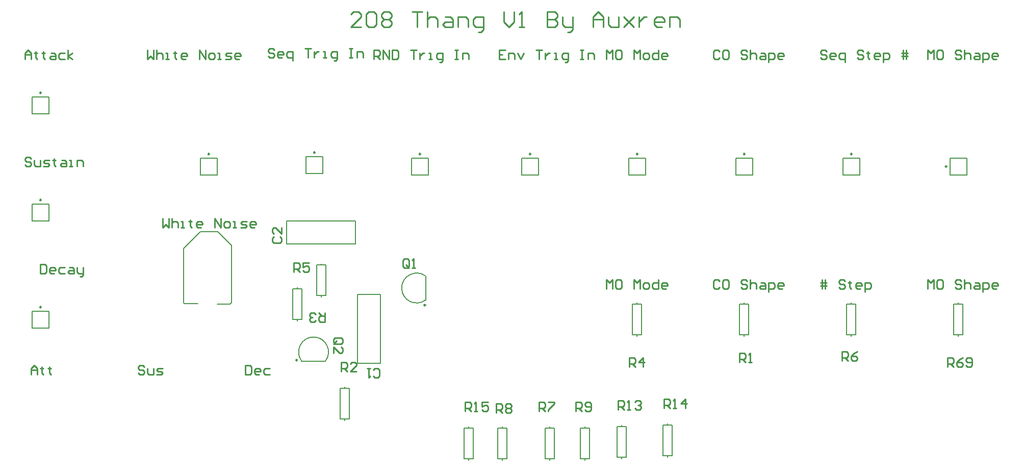
<source format=gto>
G04 Layer_Color=65535*
%FSLAX25Y25*%
%MOIN*%
G70*
G01*
G75*
%ADD11C,0.01000*%
%ADD23C,0.00984*%
%ADD24C,0.00787*%
%ADD25C,0.00600*%
D11*
X867560Y382915D02*
X868560Y381916D01*
X870559D01*
X871559Y382915D01*
Y386914D01*
X870559Y387914D01*
X868560D01*
X867560Y386914D01*
X865561Y387914D02*
X863561D01*
X864561D01*
Y381916D01*
X865561Y382915D01*
X802663Y473905D02*
X801664Y472905D01*
Y470906D01*
X802663Y469906D01*
X806662D01*
X807662Y470906D01*
Y472905D01*
X806662Y473905D01*
X807662Y479903D02*
Y475904D01*
X803663Y479903D01*
X802663D01*
X801664Y478903D01*
Y476904D01*
X802663Y475904D01*
X720000Y595998D02*
Y590000D01*
X721999Y591999D01*
X723999Y590000D01*
Y595998D01*
X725998D02*
Y590000D01*
Y592999D01*
X726998Y593999D01*
X728997D01*
X729997Y592999D01*
Y590000D01*
X731996D02*
X733995D01*
X732996D01*
Y593999D01*
X731996D01*
X737994Y594998D02*
Y593999D01*
X736995D01*
X738994D01*
X737994D01*
Y591000D01*
X738994Y590000D01*
X744992D02*
X742993D01*
X741993Y591000D01*
Y592999D01*
X742993Y593999D01*
X744992D01*
X745992Y592999D01*
Y591999D01*
X741993D01*
X753989Y590000D02*
Y595998D01*
X757988Y590000D01*
Y595998D01*
X760987Y590000D02*
X762986D01*
X763986Y591000D01*
Y592999D01*
X762986Y593999D01*
X760987D01*
X759987Y592999D01*
Y591000D01*
X760987Y590000D01*
X765985D02*
X767984D01*
X766985D01*
Y593999D01*
X765985D01*
X770984Y590000D02*
X773982D01*
X774982Y591000D01*
X773982Y591999D01*
X771983D01*
X770984Y592999D01*
X771983Y593999D01*
X774982D01*
X779981Y590000D02*
X777981D01*
X776982Y591000D01*
Y592999D01*
X777981Y593999D01*
X779981D01*
X780980Y592999D01*
Y591999D01*
X776982D01*
X1020000Y590000D02*
Y595998D01*
X1021999Y593999D01*
X1023999Y595998D01*
Y590000D01*
X1028997Y595998D02*
X1026998D01*
X1025998Y594998D01*
Y591000D01*
X1026998Y590000D01*
X1028997D01*
X1029997Y591000D01*
Y594998D01*
X1028997Y595998D01*
X1037994Y590000D02*
Y595998D01*
X1039993Y593999D01*
X1041993Y595998D01*
Y590000D01*
X1044992D02*
X1046991D01*
X1047991Y591000D01*
Y592999D01*
X1046991Y593999D01*
X1044992D01*
X1043992Y592999D01*
Y591000D01*
X1044992Y590000D01*
X1053989Y595998D02*
Y590000D01*
X1050990D01*
X1049990Y591000D01*
Y592999D01*
X1050990Y593999D01*
X1053989D01*
X1058987Y590000D02*
X1056988D01*
X1055988Y591000D01*
Y592999D01*
X1056988Y593999D01*
X1058987D01*
X1059987Y592999D01*
Y591999D01*
X1055988D01*
X1093999Y594998D02*
X1092999Y595998D01*
X1091000D01*
X1090000Y594998D01*
Y591000D01*
X1091000Y590000D01*
X1092999D01*
X1093999Y591000D01*
X1098997Y595998D02*
X1096998D01*
X1095998Y594998D01*
Y591000D01*
X1096998Y590000D01*
X1098997D01*
X1099997Y591000D01*
Y594998D01*
X1098997Y595998D01*
X1111993Y594998D02*
X1110993Y595998D01*
X1108994D01*
X1107994Y594998D01*
Y593999D01*
X1108994Y592999D01*
X1110993D01*
X1111993Y591999D01*
Y591000D01*
X1110993Y590000D01*
X1108994D01*
X1107994Y591000D01*
X1113992Y595998D02*
Y590000D01*
Y592999D01*
X1114992Y593999D01*
X1116991D01*
X1117991Y592999D01*
Y590000D01*
X1120990Y593999D02*
X1122989D01*
X1123989Y592999D01*
Y590000D01*
X1120990D01*
X1119990Y591000D01*
X1120990Y591999D01*
X1123989D01*
X1125988Y588001D02*
Y593999D01*
X1128987D01*
X1129987Y592999D01*
Y591000D01*
X1128987Y590000D01*
X1125988D01*
X1134985D02*
X1132986D01*
X1131986Y591000D01*
Y592999D01*
X1132986Y593999D01*
X1134985D01*
X1135985Y592999D01*
Y591999D01*
X1131986D01*
X1163999Y594998D02*
X1162999Y595998D01*
X1161000D01*
X1160000Y594998D01*
Y593999D01*
X1161000Y592999D01*
X1162999D01*
X1163999Y591999D01*
Y591000D01*
X1162999Y590000D01*
X1161000D01*
X1160000Y591000D01*
X1168997Y590000D02*
X1166998D01*
X1165998Y591000D01*
Y592999D01*
X1166998Y593999D01*
X1168997D01*
X1169997Y592999D01*
Y591999D01*
X1165998D01*
X1175995Y588001D02*
Y593999D01*
X1172996D01*
X1171996Y592999D01*
Y591000D01*
X1172996Y590000D01*
X1175995D01*
X1187991Y594998D02*
X1186991Y595998D01*
X1184992D01*
X1183992Y594998D01*
Y593999D01*
X1184992Y592999D01*
X1186991D01*
X1187991Y591999D01*
Y591000D01*
X1186991Y590000D01*
X1184992D01*
X1183992Y591000D01*
X1190990Y594998D02*
Y593999D01*
X1189990D01*
X1191990D01*
X1190990D01*
Y591000D01*
X1191990Y590000D01*
X1197988D02*
X1195988D01*
X1194989Y591000D01*
Y592999D01*
X1195988Y593999D01*
X1197988D01*
X1198987Y592999D01*
Y591999D01*
X1194989D01*
X1200987Y588001D02*
Y593999D01*
X1203986D01*
X1204985Y592999D01*
Y591000D01*
X1203986Y590000D01*
X1200987D01*
X1213982D02*
Y595998D01*
X1215982D02*
Y590000D01*
X1212983Y593999D02*
X1215982D01*
X1216982D01*
X1212983Y591999D02*
X1216982D01*
X868000Y590000D02*
Y595998D01*
X870999D01*
X871999Y594998D01*
Y592999D01*
X870999Y591999D01*
X868000D01*
X869999D02*
X871999Y590000D01*
X873998D02*
Y595998D01*
X877997Y590000D01*
Y595998D01*
X879996D02*
Y590000D01*
X882995D01*
X883995Y591000D01*
Y594998D01*
X882995Y595998D01*
X879996D01*
X891992D02*
X895991D01*
X893992D01*
Y590000D01*
X897990Y593999D02*
Y590000D01*
Y591999D01*
X898990Y592999D01*
X899990Y593999D01*
X900989D01*
X903988Y590000D02*
X905988D01*
X904988D01*
Y593999D01*
X903988D01*
X910986Y588001D02*
X911986D01*
X912985Y589000D01*
Y593999D01*
X909986D01*
X908987Y592999D01*
Y591000D01*
X909986Y590000D01*
X912985D01*
X920983Y595998D02*
X922982D01*
X921982D01*
Y590000D01*
X920983D01*
X922982D01*
X925981D02*
Y593999D01*
X928980D01*
X929980Y592999D01*
Y590000D01*
X802999Y595998D02*
X801999Y596998D01*
X800000D01*
X799000Y595998D01*
Y594999D01*
X800000Y593999D01*
X801999D01*
X802999Y592999D01*
Y592000D01*
X801999Y591000D01*
X800000D01*
X799000Y592000D01*
X807997Y591000D02*
X805998D01*
X804998Y592000D01*
Y593999D01*
X805998Y594999D01*
X807997D01*
X808997Y593999D01*
Y592999D01*
X804998D01*
X814995Y589001D02*
Y594999D01*
X811996D01*
X810996Y593999D01*
Y592000D01*
X811996Y591000D01*
X814995D01*
X822992Y596998D02*
X826991D01*
X824992D01*
Y591000D01*
X828990Y594999D02*
Y591000D01*
Y592999D01*
X829990Y593999D01*
X830990Y594999D01*
X831989D01*
X834988Y591000D02*
X836988D01*
X835988D01*
Y594999D01*
X834988D01*
X841986Y589001D02*
X842986D01*
X843985Y590000D01*
Y594999D01*
X840986D01*
X839987Y593999D01*
Y592000D01*
X840986Y591000D01*
X843985D01*
X851983Y596998D02*
X853982D01*
X852983D01*
Y591000D01*
X851983D01*
X853982D01*
X856981D02*
Y594999D01*
X859980D01*
X860980Y593999D01*
Y591000D01*
X953999Y595998D02*
X950000D01*
Y590000D01*
X953999D01*
X950000Y592999D02*
X951999D01*
X955998Y590000D02*
Y593999D01*
X958997D01*
X959997Y592999D01*
Y590000D01*
X961996Y593999D02*
X963995Y590000D01*
X965995Y593999D01*
X973992Y595998D02*
X977991D01*
X975992D01*
Y590000D01*
X979990Y593999D02*
Y590000D01*
Y591999D01*
X980990Y592999D01*
X981990Y593999D01*
X982989D01*
X985988Y590000D02*
X987988D01*
X986988D01*
Y593999D01*
X985988D01*
X992986Y588001D02*
X993986D01*
X994985Y589000D01*
Y593999D01*
X991986D01*
X990987Y592999D01*
Y591000D01*
X991986Y590000D01*
X994985D01*
X1002983Y595998D02*
X1004982D01*
X1003983D01*
Y590000D01*
X1002983D01*
X1004982D01*
X1007981D02*
Y593999D01*
X1010980D01*
X1011980Y592999D01*
Y590000D01*
X650000Y455998D02*
Y450000D01*
X652999D01*
X653999Y451000D01*
Y454998D01*
X652999Y455998D01*
X650000D01*
X658997Y450000D02*
X656998D01*
X655998Y451000D01*
Y452999D01*
X656998Y453999D01*
X658997D01*
X659997Y452999D01*
Y451999D01*
X655998D01*
X665995Y453999D02*
X662996D01*
X661996Y452999D01*
Y451000D01*
X662996Y450000D01*
X665995D01*
X668994Y453999D02*
X670993D01*
X671993Y452999D01*
Y450000D01*
X668994D01*
X667994Y451000D01*
X668994Y451999D01*
X671993D01*
X673992Y453999D02*
Y451000D01*
X674992Y450000D01*
X677991D01*
Y449000D01*
X676991Y448001D01*
X675992D01*
X677991Y450000D02*
Y453999D01*
X643999Y524998D02*
X642999Y525998D01*
X641000D01*
X640000Y524998D01*
Y523999D01*
X641000Y522999D01*
X642999D01*
X643999Y521999D01*
Y521000D01*
X642999Y520000D01*
X641000D01*
X640000Y521000D01*
X645998Y523999D02*
Y521000D01*
X646998Y520000D01*
X649997D01*
Y523999D01*
X651996Y520000D02*
X654995D01*
X655995Y521000D01*
X654995Y521999D01*
X652996D01*
X651996Y522999D01*
X652996Y523999D01*
X655995D01*
X658994Y524998D02*
Y523999D01*
X657994D01*
X659994D01*
X658994D01*
Y521000D01*
X659994Y520000D01*
X663992Y523999D02*
X665992D01*
X666991Y522999D01*
Y520000D01*
X663992D01*
X662993Y521000D01*
X663992Y521999D01*
X666991D01*
X668991Y520000D02*
X670990D01*
X669990D01*
Y523999D01*
X668991D01*
X673989Y520000D02*
Y523999D01*
X676988D01*
X677988Y522999D01*
Y520000D01*
X640000Y590000D02*
Y593999D01*
X641999Y595998D01*
X643999Y593999D01*
Y590000D01*
Y592999D01*
X640000D01*
X646998Y594998D02*
Y593999D01*
X645998D01*
X647997D01*
X646998D01*
Y591000D01*
X647997Y590000D01*
X651996Y594998D02*
Y593999D01*
X650996D01*
X652996D01*
X651996D01*
Y591000D01*
X652996Y590000D01*
X656994Y593999D02*
X658994D01*
X659994Y592999D01*
Y590000D01*
X656994D01*
X655995Y591000D01*
X656994Y591999D01*
X659994D01*
X665992Y593999D02*
X662993D01*
X661993Y592999D01*
Y591000D01*
X662993Y590000D01*
X665992D01*
X667991D02*
Y595998D01*
Y591999D02*
X670990Y593999D01*
X667991Y591999D02*
X670990Y590000D01*
X890754Y454709D02*
Y458707D01*
X889754Y459707D01*
X887755D01*
X886755Y458707D01*
Y454709D01*
X887755Y453709D01*
X889754D01*
X888755Y455708D02*
X890754Y453709D01*
X889754D02*
X890754Y454709D01*
X892754Y453709D02*
X894753D01*
X893753D01*
Y459707D01*
X892754Y458707D01*
X842661Y403915D02*
X846660D01*
X847660Y404915D01*
Y406914D01*
X846660Y407914D01*
X842661D01*
X841662Y406914D01*
Y404915D01*
X843661Y405914D02*
X841662Y403915D01*
Y404915D02*
X842661Y403915D01*
X841662Y397917D02*
Y401916D01*
X845660Y397917D01*
X846660D01*
X847660Y398917D01*
Y400916D01*
X846660Y401916D01*
X1107000Y392000D02*
Y397998D01*
X1109999D01*
X1110999Y396998D01*
Y394999D01*
X1109999Y393999D01*
X1107000D01*
X1108999D02*
X1110999Y392000D01*
X1112998D02*
X1114997D01*
X1113998D01*
Y397998D01*
X1112998Y396998D01*
X846650Y386150D02*
Y392148D01*
X849649D01*
X850649Y391148D01*
Y389149D01*
X849649Y388149D01*
X846650D01*
X848649D02*
X850649Y386150D01*
X856647D02*
X852648D01*
X856647Y390149D01*
Y391148D01*
X855647Y392148D01*
X853648D01*
X852648Y391148D01*
X835862Y424409D02*
Y418411D01*
X832863D01*
X831863Y419411D01*
Y421410D01*
X832863Y422410D01*
X835862D01*
X833862D02*
X831863Y424409D01*
X829864Y419411D02*
X828864Y418411D01*
X826865D01*
X825865Y419411D01*
Y420410D01*
X826865Y421410D01*
X827864D01*
X826865D01*
X825865Y422410D01*
Y423409D01*
X826865Y424409D01*
X828864D01*
X829864Y423409D01*
X1035000Y389000D02*
Y394998D01*
X1037999D01*
X1038999Y393998D01*
Y391999D01*
X1037999Y390999D01*
X1035000D01*
X1036999D02*
X1038999Y389000D01*
X1043997D02*
Y394998D01*
X1040998Y391999D01*
X1044997D01*
X815563Y451111D02*
Y457109D01*
X818562D01*
X819562Y456109D01*
Y454110D01*
X818562Y453110D01*
X815563D01*
X817563D02*
X819562Y451111D01*
X825560Y457109D02*
X821561D01*
Y454110D01*
X823561Y455109D01*
X824561D01*
X825560Y454110D01*
Y452110D01*
X824561Y451111D01*
X822561D01*
X821561Y452110D01*
X1174000Y393000D02*
Y398998D01*
X1176999D01*
X1177999Y397998D01*
Y395999D01*
X1176999Y394999D01*
X1174000D01*
X1175999D02*
X1177999Y393000D01*
X1183997Y398998D02*
X1181997Y397998D01*
X1179998Y395999D01*
Y394000D01*
X1180998Y393000D01*
X1182997D01*
X1183997Y394000D01*
Y394999D01*
X1182997Y395999D01*
X1179998D01*
X976000Y360000D02*
Y365998D01*
X978999D01*
X979999Y364998D01*
Y362999D01*
X978999Y361999D01*
X976000D01*
X977999D02*
X979999Y360000D01*
X981998Y365998D02*
X985997D01*
Y364998D01*
X981998Y361000D01*
Y360000D01*
X948000Y359000D02*
Y364998D01*
X950999D01*
X951999Y363998D01*
Y361999D01*
X950999Y360999D01*
X948000D01*
X949999D02*
X951999Y359000D01*
X953998Y363998D02*
X954998Y364998D01*
X956997D01*
X957997Y363998D01*
Y362999D01*
X956997Y361999D01*
X957997Y360999D01*
Y360000D01*
X956997Y359000D01*
X954998D01*
X953998Y360000D01*
Y360999D01*
X954998Y361999D01*
X953998Y362999D01*
Y363998D01*
X954998Y361999D02*
X956997D01*
X1000000Y360000D02*
Y365998D01*
X1002999D01*
X1003999Y364998D01*
Y362999D01*
X1002999Y361999D01*
X1000000D01*
X1001999D02*
X1003999Y360000D01*
X1005998Y361000D02*
X1006998Y360000D01*
X1008997D01*
X1009997Y361000D01*
Y364998D01*
X1008997Y365998D01*
X1006998D01*
X1005998Y364998D01*
Y363999D01*
X1006998Y362999D01*
X1009997D01*
X1027650Y361150D02*
Y367148D01*
X1030649D01*
X1031649Y366148D01*
Y364149D01*
X1030649Y363149D01*
X1027650D01*
X1029649D02*
X1031649Y361150D01*
X1033648D02*
X1035647D01*
X1034648D01*
Y367148D01*
X1033648Y366148D01*
X1038646D02*
X1039646Y367148D01*
X1041646D01*
X1042645Y366148D01*
Y365149D01*
X1041646Y364149D01*
X1040646D01*
X1041646D01*
X1042645Y363149D01*
Y362150D01*
X1041646Y361150D01*
X1039646D01*
X1038646Y362150D01*
X1057650Y362150D02*
Y368148D01*
X1060649D01*
X1061649Y367148D01*
Y365149D01*
X1060649Y364149D01*
X1057650D01*
X1059649D02*
X1061649Y362150D01*
X1063648D02*
X1065647D01*
X1064648D01*
Y368148D01*
X1063648Y367148D01*
X1071646Y362150D02*
Y368148D01*
X1068646Y365149D01*
X1072645D01*
X927650Y360150D02*
Y366148D01*
X930649D01*
X931649Y365148D01*
Y363149D01*
X930649Y362149D01*
X927650D01*
X929649D02*
X931649Y360150D01*
X933648D02*
X935647D01*
X934648D01*
Y366148D01*
X933648Y365148D01*
X942645Y366148D02*
X938646D01*
Y363149D01*
X940646Y364149D01*
X941646D01*
X942645Y363149D01*
Y361150D01*
X941646Y360150D01*
X939646D01*
X938646Y361150D01*
X730000Y485998D02*
Y480000D01*
X731999Y481999D01*
X733999Y480000D01*
Y485998D01*
X735998D02*
Y480000D01*
Y482999D01*
X736998Y483999D01*
X738997D01*
X739997Y482999D01*
Y480000D01*
X741996D02*
X743996D01*
X742996D01*
Y483999D01*
X741996D01*
X747994Y484998D02*
Y483999D01*
X746994D01*
X748994D01*
X747994D01*
Y481000D01*
X748994Y480000D01*
X754992D02*
X752993D01*
X751993Y481000D01*
Y482999D01*
X752993Y483999D01*
X754992D01*
X755992Y482999D01*
Y481999D01*
X751993D01*
X763989Y480000D02*
Y485998D01*
X767988Y480000D01*
Y485998D01*
X770987Y480000D02*
X772986D01*
X773986Y481000D01*
Y482999D01*
X772986Y483999D01*
X770987D01*
X769987Y482999D01*
Y481000D01*
X770987Y480000D01*
X775985D02*
X777985D01*
X776985D01*
Y483999D01*
X775985D01*
X780983Y480000D02*
X783983D01*
X784982Y481000D01*
X783983Y481999D01*
X781983D01*
X780983Y482999D01*
X781983Y483999D01*
X784982D01*
X789981Y480000D02*
X787981D01*
X786982Y481000D01*
Y482999D01*
X787981Y483999D01*
X789981D01*
X790980Y482999D01*
Y481999D01*
X786982D01*
X783850Y389948D02*
Y383950D01*
X786849D01*
X787849Y384950D01*
Y388948D01*
X786849Y389948D01*
X783850D01*
X792847Y383950D02*
X790848D01*
X789848Y384950D01*
Y386949D01*
X790848Y387949D01*
X792847D01*
X793847Y386949D01*
Y385949D01*
X789848D01*
X799845Y387949D02*
X796846D01*
X795846Y386949D01*
Y384950D01*
X796846Y383950D01*
X799845D01*
X717849Y388948D02*
X716849Y389948D01*
X714850D01*
X713850Y388948D01*
Y387949D01*
X714850Y386949D01*
X716849D01*
X717849Y385949D01*
Y384950D01*
X716849Y383950D01*
X714850D01*
X713850Y384950D01*
X719848Y387949D02*
Y384950D01*
X720848Y383950D01*
X723847D01*
Y387949D01*
X725846Y383950D02*
X728845D01*
X729845Y384950D01*
X728845Y385949D01*
X726846D01*
X725846Y386949D01*
X726846Y387949D01*
X729845D01*
X643850Y383950D02*
Y387949D01*
X645849Y389948D01*
X647849Y387949D01*
Y383950D01*
Y386949D01*
X643850D01*
X650848Y388948D02*
Y387949D01*
X649848D01*
X651847D01*
X650848D01*
Y384950D01*
X651847Y383950D01*
X655846Y388948D02*
Y387949D01*
X654846D01*
X656846D01*
X655846D01*
Y384950D01*
X656846Y383950D01*
X1020000Y440000D02*
Y445998D01*
X1021999Y443999D01*
X1023999Y445998D01*
Y440000D01*
X1028997Y445998D02*
X1026998D01*
X1025998Y444998D01*
Y441000D01*
X1026998Y440000D01*
X1028997D01*
X1029997Y441000D01*
Y444998D01*
X1028997Y445998D01*
X1037994Y440000D02*
Y445998D01*
X1039993Y443999D01*
X1041993Y445998D01*
Y440000D01*
X1044992D02*
X1046991D01*
X1047991Y441000D01*
Y442999D01*
X1046991Y443999D01*
X1044992D01*
X1043992Y442999D01*
Y441000D01*
X1044992Y440000D01*
X1053989Y445998D02*
Y440000D01*
X1050990D01*
X1049990Y441000D01*
Y442999D01*
X1050990Y443999D01*
X1053989D01*
X1058987Y440000D02*
X1056988D01*
X1055988Y441000D01*
Y442999D01*
X1056988Y443999D01*
X1058987D01*
X1059987Y442999D01*
Y441999D01*
X1055988D01*
X1093999Y444998D02*
X1092999Y445998D01*
X1091000D01*
X1090000Y444998D01*
Y441000D01*
X1091000Y440000D01*
X1092999D01*
X1093999Y441000D01*
X1098997Y445998D02*
X1096998D01*
X1095998Y444998D01*
Y441000D01*
X1096998Y440000D01*
X1098997D01*
X1099997Y441000D01*
Y444998D01*
X1098997Y445998D01*
X1111993Y444998D02*
X1110993Y445998D01*
X1108994D01*
X1107994Y444998D01*
Y443999D01*
X1108994Y442999D01*
X1110993D01*
X1111993Y441999D01*
Y441000D01*
X1110993Y440000D01*
X1108994D01*
X1107994Y441000D01*
X1113992Y445998D02*
Y440000D01*
Y442999D01*
X1114992Y443999D01*
X1116991D01*
X1117991Y442999D01*
Y440000D01*
X1120990Y443999D02*
X1122989D01*
X1123989Y442999D01*
Y440000D01*
X1120990D01*
X1119990Y441000D01*
X1120990Y441999D01*
X1123989D01*
X1125988Y438001D02*
Y443999D01*
X1128987D01*
X1129987Y442999D01*
Y441000D01*
X1128987Y440000D01*
X1125988D01*
X1134985D02*
X1132986D01*
X1131986Y441000D01*
Y442999D01*
X1132986Y443999D01*
X1134985D01*
X1135985Y442999D01*
Y441999D01*
X1131986D01*
X1161000Y440000D02*
Y445998D01*
X1162999D02*
Y440000D01*
X1160000Y443999D02*
X1162999D01*
X1163999D01*
X1160000Y441999D02*
X1163999D01*
X1175995Y444998D02*
X1174995Y445998D01*
X1172996D01*
X1171996Y444998D01*
Y443999D01*
X1172996Y442999D01*
X1174995D01*
X1175995Y441999D01*
Y441000D01*
X1174995Y440000D01*
X1172996D01*
X1171996Y441000D01*
X1178994Y444998D02*
Y443999D01*
X1177994D01*
X1179994D01*
X1178994D01*
Y441000D01*
X1179994Y440000D01*
X1185992D02*
X1183992D01*
X1182993Y441000D01*
Y442999D01*
X1183992Y443999D01*
X1185992D01*
X1186991Y442999D01*
Y441999D01*
X1182993D01*
X1188991Y438001D02*
Y443999D01*
X1191990D01*
X1192989Y442999D01*
Y441000D01*
X1191990Y440000D01*
X1188991D01*
X1230000Y590000D02*
Y595998D01*
X1231999Y593999D01*
X1233999Y595998D01*
Y590000D01*
X1238997Y595998D02*
X1236998D01*
X1235998Y594998D01*
Y591000D01*
X1236998Y590000D01*
X1238997D01*
X1239997Y591000D01*
Y594998D01*
X1238997Y595998D01*
X1251993Y594998D02*
X1250993Y595998D01*
X1248994D01*
X1247994Y594998D01*
Y593999D01*
X1248994Y592999D01*
X1250993D01*
X1251993Y591999D01*
Y591000D01*
X1250993Y590000D01*
X1248994D01*
X1247994Y591000D01*
X1253992Y595998D02*
Y590000D01*
Y592999D01*
X1254992Y593999D01*
X1256991D01*
X1257991Y592999D01*
Y590000D01*
X1260990Y593999D02*
X1262989D01*
X1263989Y592999D01*
Y590000D01*
X1260990D01*
X1259990Y591000D01*
X1260990Y591999D01*
X1263989D01*
X1265988Y588001D02*
Y593999D01*
X1268987D01*
X1269987Y592999D01*
Y591000D01*
X1268987Y590000D01*
X1265988D01*
X1274985D02*
X1272986D01*
X1271986Y591000D01*
Y592999D01*
X1272986Y593999D01*
X1274985D01*
X1275985Y592999D01*
Y591999D01*
X1271986D01*
X1243000Y389000D02*
Y394998D01*
X1245999D01*
X1246999Y393998D01*
Y391999D01*
X1245999Y390999D01*
X1243000D01*
X1244999D02*
X1246999Y389000D01*
X1252997Y394998D02*
X1250997Y393998D01*
X1248998Y391999D01*
Y390000D01*
X1249998Y389000D01*
X1251997D01*
X1252997Y390000D01*
Y390999D01*
X1251997Y391999D01*
X1248998D01*
X1254996Y390000D02*
X1255996Y389000D01*
X1257995D01*
X1258995Y390000D01*
Y393998D01*
X1257995Y394998D01*
X1255996D01*
X1254996Y393998D01*
Y392999D01*
X1255996Y391999D01*
X1258995D01*
X1230000Y440000D02*
Y445998D01*
X1231999Y443999D01*
X1233999Y445998D01*
Y440000D01*
X1238997Y445998D02*
X1236998D01*
X1235998Y444998D01*
Y441000D01*
X1236998Y440000D01*
X1238997D01*
X1239997Y441000D01*
Y444998D01*
X1238997Y445998D01*
X1251993Y444998D02*
X1250993Y445998D01*
X1248994D01*
X1247994Y444998D01*
Y443999D01*
X1248994Y442999D01*
X1250993D01*
X1251993Y441999D01*
Y441000D01*
X1250993Y440000D01*
X1248994D01*
X1247994Y441000D01*
X1253992Y445998D02*
Y440000D01*
Y442999D01*
X1254992Y443999D01*
X1256991D01*
X1257991Y442999D01*
Y440000D01*
X1260990Y443999D02*
X1262989D01*
X1263989Y442999D01*
Y440000D01*
X1260990D01*
X1259990Y441000D01*
X1260990Y441999D01*
X1263989D01*
X1265988Y438001D02*
Y443999D01*
X1268987D01*
X1269987Y442999D01*
Y441000D01*
X1268987Y440000D01*
X1265988D01*
X1274985D02*
X1272986D01*
X1271986Y441000D01*
Y442999D01*
X1272986Y443999D01*
X1274985D01*
X1275985Y442999D01*
Y441999D01*
X1271986D01*
X859665Y611000D02*
X853000D01*
X859665Y617664D01*
Y619331D01*
X857998Y620997D01*
X854666D01*
X853000Y619331D01*
X862997D02*
X864663Y620997D01*
X867995D01*
X869661Y619331D01*
Y612666D01*
X867995Y611000D01*
X864663D01*
X862997Y612666D01*
Y619331D01*
X872993D02*
X874660Y620997D01*
X877992D01*
X879658Y619331D01*
Y617664D01*
X877992Y615998D01*
X879658Y614332D01*
Y612666D01*
X877992Y611000D01*
X874660D01*
X872993Y612666D01*
Y614332D01*
X874660Y615998D01*
X872993Y617664D01*
Y619331D01*
X874660Y615998D02*
X877992D01*
X892987Y620997D02*
X899652D01*
X896319D01*
Y611000D01*
X902984Y620997D02*
Y611000D01*
Y615998D01*
X904650Y617664D01*
X907982D01*
X909648Y615998D01*
Y611000D01*
X914647Y617664D02*
X917979D01*
X919645Y615998D01*
Y611000D01*
X914647D01*
X912981Y612666D01*
X914647Y614332D01*
X919645D01*
X922977Y611000D02*
Y617664D01*
X927976D01*
X929642Y615998D01*
Y611000D01*
X936306Y607668D02*
X937973D01*
X939639Y609334D01*
Y617664D01*
X934640D01*
X932974Y615998D01*
Y612666D01*
X934640Y611000D01*
X939639D01*
X952968Y620997D02*
Y614332D01*
X956300Y611000D01*
X959632Y614332D01*
Y620997D01*
X962965Y611000D02*
X966297D01*
X964631D01*
Y620997D01*
X962965Y619331D01*
X981292Y620997D02*
Y611000D01*
X986290D01*
X987956Y612666D01*
Y614332D01*
X986290Y615998D01*
X981292D01*
X986290D01*
X987956Y617664D01*
Y619331D01*
X986290Y620997D01*
X981292D01*
X991289Y617664D02*
Y612666D01*
X992955Y611000D01*
X997953D01*
Y609334D01*
X996287Y607668D01*
X994621D01*
X997953Y611000D02*
Y617664D01*
X1011282Y611000D02*
Y617664D01*
X1014614Y620997D01*
X1017947Y617664D01*
Y611000D01*
Y615998D01*
X1011282D01*
X1021279Y617664D02*
Y612666D01*
X1022945Y611000D01*
X1027944D01*
Y617664D01*
X1031276D02*
X1037940Y611000D01*
X1034608Y614332D01*
X1037940Y617664D01*
X1031276Y611000D01*
X1041273Y617664D02*
Y611000D01*
Y614332D01*
X1042939Y615998D01*
X1044605Y617664D01*
X1046271D01*
X1056268Y611000D02*
X1052935D01*
X1051269Y612666D01*
Y615998D01*
X1052935Y617664D01*
X1056268D01*
X1057934Y615998D01*
Y614332D01*
X1051269D01*
X1061266Y611000D02*
Y617664D01*
X1066264D01*
X1067931Y615998D01*
Y611000D01*
D23*
X650492Y428071D02*
G03*
X650492Y428071I-492J0D01*
G01*
Y498071D02*
G03*
X650492Y498071I-492J0D01*
G01*
Y568071D02*
G03*
X650492Y568071I-492J0D01*
G01*
X970492Y528071D02*
G03*
X970492Y528071I-492J0D01*
G01*
X829492Y529071D02*
G03*
X829492Y529071I-492J0D01*
G01*
X898492Y528071D02*
G03*
X898492Y528071I-492J0D01*
G01*
X1180492D02*
G03*
X1180492Y528071I-492J0D01*
G01*
X817862Y393449D02*
G03*
X817862Y393449I-492J0D01*
G01*
X1110492Y528071D02*
G03*
X1110492Y528071I-492J0D01*
G01*
X1040492D02*
G03*
X1040492Y528071I-492J0D01*
G01*
X760492D02*
G03*
X760492Y528071I-492J0D01*
G01*
X901713Y429417D02*
G03*
X901713Y429417I-492J0D01*
G01*
X1242421Y520000D02*
G03*
X1242421Y520000I-492J0D01*
G01*
D24*
X836307Y392858D02*
G03*
X820717Y392858I-7795J5906D01*
G01*
X901811Y448354D02*
G03*
X901811Y432764I-5906J-7795D01*
G01*
X1030000Y350000D02*
Y350900D01*
Y329100D02*
Y330000D01*
Y350000D02*
X1033000D01*
Y330000D02*
Y350000D01*
X1027000Y330000D02*
X1033000D01*
X1027000D02*
Y350000D01*
X1030000D01*
X1060000Y351000D02*
Y351900D01*
Y330100D02*
Y331000D01*
Y351000D02*
X1063000D01*
Y331000D02*
Y351000D01*
X1057000Y331000D02*
X1063000D01*
X1057000D02*
Y351000D01*
X1060000D01*
X930000Y349000D02*
Y349900D01*
Y328100D02*
Y329000D01*
Y349000D02*
X933000D01*
Y329000D02*
Y349000D01*
X927000Y329000D02*
X933000D01*
X927000D02*
Y349000D01*
X930000D01*
X644488Y425512D02*
X655512D01*
X655512Y414488D02*
Y425512D01*
X644488Y414488D02*
X655512D01*
X644488Y414488D02*
Y425512D01*
Y495512D02*
X655512D01*
X655512Y484488D02*
Y495512D01*
X644488Y484488D02*
X655512D01*
X644488Y484488D02*
Y495512D01*
Y565512D02*
X655512D01*
X655512Y554488D02*
Y565512D01*
X644488Y554488D02*
X655512D01*
X644488Y554488D02*
Y565512D01*
X1006000Y328100D02*
Y329000D01*
Y349000D02*
Y349900D01*
X1003000Y329000D02*
X1006000D01*
X1003000D02*
Y349000D01*
X1009000D01*
Y329000D02*
Y349000D01*
X1006000Y329000D02*
X1009000D01*
X964488Y525512D02*
X975512D01*
X975512Y514488D02*
Y525512D01*
X964488Y514488D02*
X975512D01*
X964488Y514488D02*
Y525512D01*
X952000Y328100D02*
Y329000D01*
Y349000D02*
Y349900D01*
X949000Y329000D02*
X952000D01*
X949000D02*
Y349000D01*
X955000D01*
Y329000D02*
Y349000D01*
X952000Y329000D02*
X955000D01*
X823488Y526512D02*
X834512D01*
X834512Y515488D02*
Y526512D01*
X823488Y515488D02*
X834512D01*
X823488Y515488D02*
Y526512D01*
X983000Y328100D02*
Y329000D01*
Y349000D02*
Y349900D01*
X980000Y329000D02*
X983000D01*
X980000D02*
Y349000D01*
X986000D01*
Y329000D02*
Y349000D01*
X983000Y329000D02*
X986000D01*
X892488Y525512D02*
X903512D01*
X903512Y514488D02*
Y525512D01*
X892488Y514488D02*
X903512D01*
X892488Y514488D02*
Y525512D01*
X1180000Y409100D02*
Y410000D01*
Y430000D02*
Y430900D01*
X1177000Y410000D02*
X1180000D01*
X1177000D02*
Y430000D01*
X1183000D01*
Y410000D02*
Y430000D01*
X1180000Y410000D02*
X1183000D01*
X1174488Y525512D02*
X1185512D01*
X1185512Y514488D02*
Y525512D01*
X1174488Y514488D02*
X1185512D01*
X1174488Y514488D02*
Y525512D01*
X817913Y439961D02*
Y440861D01*
Y419061D02*
Y419961D01*
Y439961D02*
X820913D01*
Y419961D02*
Y439961D01*
X814913Y419961D02*
X820913D01*
X814913D02*
Y439961D01*
X817913D01*
X820717Y392858D02*
X836307D01*
X1040000Y409100D02*
Y410000D01*
Y430000D02*
Y430900D01*
X1037000Y410000D02*
X1040000D01*
X1037000D02*
Y430000D01*
X1043000D01*
Y410000D02*
Y430000D01*
X1040000Y410000D02*
X1043000D01*
X1104488Y525512D02*
X1115512D01*
X1115512Y514488D02*
Y525512D01*
X1104488Y514488D02*
X1115512D01*
X1104488Y514488D02*
Y525512D01*
X833512Y434659D02*
Y435559D01*
Y455559D02*
Y456459D01*
X830512Y435559D02*
X833512D01*
X830512D02*
Y455559D01*
X836512D01*
Y435559D02*
Y455559D01*
X833512Y435559D02*
X836512D01*
X872209Y391264D02*
Y436264D01*
X857209D02*
X872209D01*
X857209Y391264D02*
Y436264D01*
Y391264D02*
X872209D01*
X811012Y469256D02*
X856012D01*
Y484256D01*
X811012D02*
X856012D01*
X811012Y469256D02*
Y484256D01*
X849000Y375000D02*
Y375900D01*
Y354100D02*
Y355000D01*
Y375000D02*
X852000D01*
Y355000D02*
Y375000D01*
X846000Y355000D02*
X852000D01*
X846000D02*
Y375000D01*
X849000D01*
X1110000Y409100D02*
Y410000D01*
Y430000D02*
Y430900D01*
X1107000Y410000D02*
X1110000D01*
X1107000D02*
Y430000D01*
X1113000D01*
Y410000D02*
Y430000D01*
X1110000Y410000D02*
X1113000D01*
X1034488Y525512D02*
X1045512D01*
X1045512Y514488D02*
Y525512D01*
X1034488Y514488D02*
X1045512D01*
X1034488Y514488D02*
Y525512D01*
X754488D02*
X765512D01*
X765512Y514488D02*
Y525512D01*
X754488Y514488D02*
X765512D01*
X754488Y514488D02*
Y525512D01*
X901811Y432764D02*
Y448354D01*
X1250000Y409100D02*
Y410000D01*
Y430000D02*
Y430900D01*
X1247000Y410000D02*
X1250000D01*
X1247000D02*
Y430000D01*
X1253000D01*
Y410000D02*
Y430000D01*
X1250000Y410000D02*
X1253000D01*
X1244488Y514488D02*
Y525512D01*
X1244488Y525512D02*
X1255512D01*
Y514488D02*
Y525512D01*
X1244488Y514488D02*
X1255512D01*
D25*
X765500Y430000D02*
X774000D01*
X775000Y431000D01*
Y468500D01*
X766000Y477500D02*
X775000Y468500D01*
X754500Y477500D02*
X766000D01*
X743500Y466500D02*
X754500Y477500D01*
X743500Y431000D02*
Y466500D01*
Y431000D02*
X744000Y430500D01*
X753000D01*
M02*

</source>
